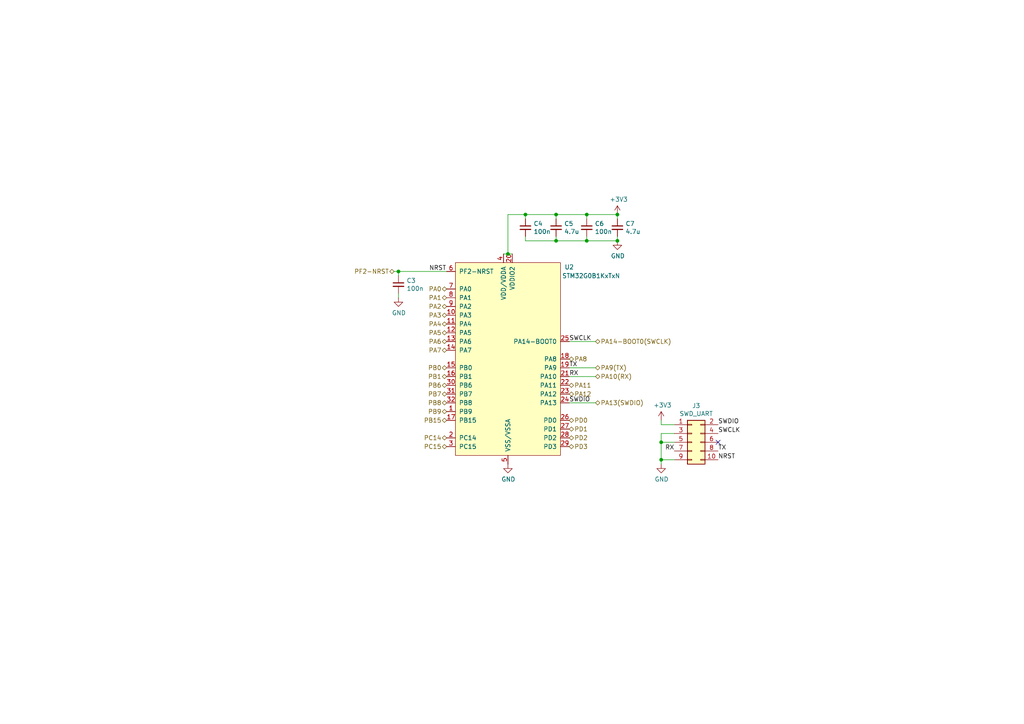
<source format=kicad_sch>
(kicad_sch (version 20211123) (generator eeschema)
  (paper "A4")
  (lib_symbols
    (symbol "Connector_Generic:Conn_02x05_Odd_Even" (pin_names (offset 1.016) hide)
      (property "Reference" "J" (at 1.27 7.62 0))
      (property "Value" "Conn_02x05_Odd_Even" (at 1.27 -7.62 0))
      (symbol "Conn_02x05_Odd_Even_1_1"
        (rectangle (start -1.27 -4.953) (end 0 -5.207) (stroke (width 0.1524)))
        (rectangle (start -1.27 -2.413) (end 0 -2.667) (stroke (width 0.1524)))
        (rectangle (start -1.27 0.127) (end 0 -0.127) (stroke (width 0.1524)))
        (rectangle (start -1.27 2.667) (end 0 2.413) (stroke (width 0.1524)))
        (rectangle (start -1.27 5.207) (end 0 4.953) (stroke (width 0.1524)))
        (rectangle (start -1.27 6.35) (end 3.81 -6.35) (stroke (width 0.254)) (fill (type background)))
        (rectangle (start 3.81 -4.953) (end 2.54 -5.207) (stroke (width 0.1524)))
        (rectangle (start 3.81 -2.413) (end 2.54 -2.667) (stroke (width 0.1524)))
        (rectangle (start 3.81 0.127) (end 2.54 -0.127) (stroke (width 0.1524)))
        (rectangle (start 3.81 2.667) (end 2.54 2.413) (stroke (width 0.1524)))
        (rectangle (start 3.81 5.207) (end 2.54 4.953) (stroke (width 0.1524)))
        (pin passive line (at -5.08 5.08 0) (length 3.81) (name "Pin_1") (number "1"))
        (pin passive line (at 7.62 -5.08 180) (length 3.81) (name "Pin_10") (number "10"))
        (pin passive line (at 7.62 5.08 180) (length 3.81) (name "Pin_2") (number "2"))
        (pin passive line (at -5.08 2.54 0) (length 3.81) (name "Pin_3") (number "3"))
        (pin passive line (at 7.62 2.54 180) (length 3.81) (name "Pin_4") (number "4"))
        (pin passive line (at -5.08 0 0) (length 3.81) (name "Pin_5") (number "5"))
        (pin passive line (at 7.62 0 180) (length 3.81) (name "Pin_6") (number "6"))
        (pin passive line (at -5.08 -2.54 0) (length 3.81) (name "Pin_7") (number "7"))
        (pin passive line (at 7.62 -2.54 180) (length 3.81) (name "Pin_8") (number "8"))
        (pin passive line (at -5.08 -5.08 0) (length 3.81) (name "Pin_9") (number "9"))
      )
    )
    (symbol "Device:C_Small" (pin_numbers hide) (pin_names (offset 0.254) hide)
      (property "Reference" "C" (at 0.254 1.778 0))
      (property "Value" "C_Small" (at 0.254 -2.032 0))
      (symbol "C_Small_0_1"
        (polyline (pts (xy -1.524 -0.508) (xy 1.524 -0.508)) (stroke (width 0.3302)))
        (polyline (pts (xy -1.524 0.508) (xy 1.524 0.508)) (stroke (width 0.3048)))
      )
      (symbol "C_Small_1_1"
        (pin passive line (at 0 2.54 270) (length 2.032) (name "~") (number "1"))
        (pin passive line (at 0 -2.54 90) (length 2.032) (name "~") (number "2"))
      )
    )
    (symbol "extraparts:STM32G0B1KxTxN" (pin_names (offset 1.016))
      (property "Reference" "U" (at -13.97 29.21 0))
      (property "Value" "STM32G0B1KxTxN" (at 11.43 29.21 0))
      (symbol "STM32G0B1KxTxN_0_1"
        (rectangle (start -15.24 27.94) (end 15.24 -27.94) (fill (type background)))
      )
      (symbol "STM32G0B1KxTxN_1_1"
        (pin bidirectional line (at -17.78 -15.24 0) (length 2.54) (name "PB9") (number "1"))
        (pin bidirectional line (at -17.78 12.7 0) (length 2.54) (name "PA3") (number "10"))
        (pin bidirectional line (at -17.78 10.16 0) (length 2.54) (name "PA4") (number "11"))
        (pin bidirectional line (at -17.78 7.62 0) (length 2.54) (name "PA5") (number "12"))
        (pin bidirectional line (at -17.78 5.08 0) (length 2.54) (name "PA6") (number "13"))
        (pin bidirectional line (at -17.78 2.54 0) (length 2.54) (name "PA7") (number "14"))
        (pin bidirectional line (at -17.78 -2.54 0) (length 2.54) (name "PB0") (number "15"))
        (pin bidirectional line (at -17.78 -5.08 0) (length 2.54) (name "PB1") (number "16"))
        (pin bidirectional line (at -17.78 -17.78 0) (length 2.54) (name "PB15") (number "17"))
        (pin bidirectional line (at 17.78 0 180) (length 2.54) (name "PA8") (number "18"))
        (pin bidirectional line (at 17.78 -2.54 180) (length 2.54) (name "PA9") (number "19"))
        (pin bidirectional line (at -17.78 -22.86 0) (length 2.54) (name "PC14") (number "2"))
        (pin power_in line (at 1.27 30.48 270) (length 2.54) (name "VDDIO2") (number "20"))
        (pin bidirectional line (at 17.78 -5.08 180) (length 2.54) (name "PA10") (number "21"))
        (pin bidirectional line (at 17.78 -7.62 180) (length 2.54) (name "PA11") (number "22"))
        (pin bidirectional line (at 17.78 -10.16 180) (length 2.54) (name "PA12") (number "23"))
        (pin bidirectional line (at 17.78 -12.7 180) (length 2.54) (name "PA13") (number "24"))
        (pin bidirectional line (at 17.78 5.08 180) (length 2.54) (name "PA14-BOOT0") (number "25"))
        (pin bidirectional line (at 17.78 -17.78 180) (length 2.54) (name "PD0") (number "26"))
        (pin bidirectional line (at 17.78 -20.32 180) (length 2.54) (name "PD1") (number "27"))
        (pin bidirectional line (at 17.78 -22.86 180) (length 2.54) (name "PD2") (number "28"))
        (pin bidirectional line (at 17.78 -25.4 180) (length 2.54) (name "PD3") (number "29"))
        (pin bidirectional line (at -17.78 -25.4 0) (length 2.54) (name "PC15") (number "3"))
        (pin bidirectional line (at -17.78 -7.62 0) (length 2.54) (name "PB6") (number "30"))
        (pin bidirectional line (at -17.78 -10.16 0) (length 2.54) (name "PB7") (number "31"))
        (pin bidirectional line (at -17.78 -12.7 0) (length 2.54) (name "PB8") (number "32"))
        (pin power_in line (at -1.27 30.48 270) (length 2.54) (name "VDD/VDDA") (number "4"))
        (pin power_in line (at 0 -30.48 90) (length 2.54) (name "VSS/VSSA") (number "5"))
        (pin bidirectional line (at -17.78 25.4 0) (length 2.54) (name "PF2-NRST") (number "6"))
        (pin bidirectional line (at -17.78 20.32 0) (length 2.54) (name "PA0") (number "7"))
        (pin bidirectional line (at -17.78 17.78 0) (length 2.54) (name "PA1") (number "8"))
        (pin bidirectional line (at -17.78 15.24 0) (length 2.54) (name "PA2") (number "9"))
      )
    )
    (symbol "power:+3V3" (power) (pin_names (offset 0))
      (property "Value" "+3V3" (at 0 3.556 0))
      (symbol "+3V3_0_1"
        (polyline (pts (xy -0.762 1.27) (xy 0 2.54)))
        (polyline (pts (xy 0 0) (xy 0 2.54)))
        (polyline (pts (xy 0 2.54) (xy 0.762 1.27)))
      )
      (symbol "+3V3_1_1"
        (pin power_in line (at 0 0 90) (length 0) hide (name "+3V3") (number "1"))
      )
    )
    (symbol "power:GND" (power) (pin_names (offset 0))
      (property "Value" "GND" (at 0 -3.81 0))
      (symbol "GND_0_1"
        (polyline (pts (xy 0 0) (xy 0 -1.27) (xy 1.27 -1.27) (xy 0 -2.54) (xy -1.27 -1.27) (xy 0 -1.27)))
      )
      (symbol "GND_1_1"
        (pin power_in line (at 0 0 270) (length 0) hide (name "GND") (number "1"))
      )
    )
  )
  (junction (at 161.29 69.85))
  (junction (at 191.77 133.35))
  (junction (at 170.18 62.23))
  (junction (at 147.32 73.66))
  (junction (at 161.29 62.23))
  (junction (at 170.18 69.85))
  (junction (at 152.4 62.23))
  (junction (at 115.57 78.74))
  (junction (at 179.07 69.85))
  (junction (at 179.07 62.23))
  (junction (at 191.77 128.27))
  (no_connect (at 208.28 128.27))
  (wire (pts (xy 179.07 69.85) (xy 170.18 69.85)))
  (wire (pts (xy 152.4 62.23) (xy 161.29 62.23)))
  (wire (pts (xy 170.18 62.23) (xy 179.07 62.23)))
  (wire (pts (xy 179.07 69.85) (xy 179.07 68.58)))
  (wire (pts (xy 172.72 99.06) (xy 165.1 99.06)))
  (wire (pts (xy 195.58 125.73) (xy 191.77 125.73)))
  (wire (pts (xy 152.4 69.85) (xy 152.4 68.58)))
  (wire (pts (xy 147.32 62.23) (xy 152.4 62.23)))
  (wire (pts (xy 152.4 63.5) (xy 152.4 62.23)))
  (wire (pts (xy 172.72 106.68) (xy 165.1 106.68)))
  (wire (pts (xy 161.29 63.5) (xy 161.29 62.23)))
  (wire (pts (xy 147.32 73.66) (xy 147.32 62.23)))
  (wire (pts (xy 195.58 133.35) (xy 191.77 133.35)))
  (wire (pts (xy 161.29 69.85) (xy 152.4 69.85)))
  (wire (pts (xy 172.72 116.84) (xy 165.1 116.84)))
  (wire (pts (xy 170.18 68.58) (xy 170.18 69.85)))
  (wire (pts (xy 170.18 63.5) (xy 170.18 62.23)))
  (wire (pts (xy 191.77 121.92) (xy 191.77 123.19)))
  (wire (pts (xy 115.57 86.36) (xy 115.57 85.09)))
  (wire (pts (xy 179.07 63.5) (xy 179.07 62.23)))
  (wire (pts (xy 191.77 128.27) (xy 191.77 133.35)))
  (wire (pts (xy 161.29 68.58) (xy 161.29 69.85)))
  (wire (pts (xy 146.05 73.66) (xy 147.32 73.66)))
  (wire (pts (xy 191.77 133.35) (xy 191.77 134.62)))
  (wire (pts (xy 195.58 128.27) (xy 191.77 128.27)))
  (wire (pts (xy 115.57 78.74) (xy 129.54 78.74)))
  (wire (pts (xy 147.32 73.66) (xy 148.59 73.66)))
  (wire (pts (xy 172.72 109.22) (xy 165.1 109.22)))
  (wire (pts (xy 115.57 78.74) (xy 115.57 80.01)))
  (wire (pts (xy 161.29 62.23) (xy 170.18 62.23)))
  (wire (pts (xy 114.3 78.74) (xy 115.57 78.74)))
  (wire (pts (xy 191.77 123.19) (xy 195.58 123.19)))
  (wire (pts (xy 170.18 69.85) (xy 161.29 69.85)))
  (wire (pts (xy 191.77 125.73) (xy 191.77 128.27)))
  (label "TX" (at 208.28 130.81 0))
  (label "NRST" (at 208.28 133.35 0))
  (label "RX" (at 165.1 109.22 0))
  (label "SWCLK" (at 208.28 125.73 0))
  (label "RX" (at 195.58 130.81 180))
  (label "SWCLK" (at 165.1 99.06 0))
  (label "SWDIO" (at 165.1 116.84 0))
  (label "TX" (at 165.1 106.68 0))
  (label "NRST" (at 124.46 78.74 0))
  (label "SWDIO" (at 208.28 123.19 0))
  (hierarchical_label "PD0" (shape bidirectional) (at 165.1 121.92 0))
  (hierarchical_label "PA10(RX)" (shape bidirectional) (at 172.72 109.22 0))
  (hierarchical_label "PB0" (shape bidirectional) (at 129.54 106.68 180))
  (hierarchical_label "PD2" (shape bidirectional) (at 165.1 127 0))
  (hierarchical_label "PA7" (shape bidirectional) (at 129.54 101.6 180))
  (hierarchical_label "PF2-NRST" (shape bidirectional) (at 114.3 78.74 180))
  (hierarchical_label "PA14-BOOT0(SWCLK)" (shape bidirectional) (at 172.72 99.06 0))
  (hierarchical_label "PB6" (shape bidirectional) (at 129.54 111.76 180))
  (hierarchical_label "PA1" (shape bidirectional) (at 129.54 86.36 180))
  (hierarchical_label "PA3" (shape bidirectional) (at 129.54 91.44 180))
  (hierarchical_label "PD1" (shape bidirectional) (at 165.1 124.46 0))
  (hierarchical_label "PA5" (shape bidirectional) (at 129.54 96.52 180))
  (hierarchical_label "PB8" (shape bidirectional) (at 129.54 116.84 180))
  (hierarchical_label "PB15" (shape bidirectional) (at 129.54 121.92 180))
  (hierarchical_label "PA12" (shape bidirectional) (at 165.1 114.3 0))
  (hierarchical_label "PA4" (shape bidirectional) (at 129.54 93.98 180))
  (hierarchical_label "PA6" (shape bidirectional) (at 129.54 99.06 180))
  (hierarchical_label "PB7" (shape bidirectional) (at 129.54 114.3 180))
  (hierarchical_label "PC15" (shape bidirectional) (at 129.54 129.54 180))
  (hierarchical_label "PA13(SWDIO)" (shape bidirectional) (at 172.72 116.84 0))
  (hierarchical_label "PA0" (shape bidirectional) (at 129.54 83.82 180))
  (hierarchical_label "PA9(TX)" (shape bidirectional) (at 172.72 106.68 0))
  (hierarchical_label "PD3" (shape bidirectional) (at 165.1 129.54 0))
  (hierarchical_label "PB9" (shape bidirectional) (at 129.54 119.38 180))
  (hierarchical_label "PA8" (shape bidirectional) (at 165.1 104.14 0))
  (hierarchical_label "PB1" (shape bidirectional) (at 129.54 109.22 180))
  (hierarchical_label "PA11" (shape bidirectional) (at 165.1 111.76 0))
  (hierarchical_label "PC14" (shape bidirectional) (at 129.54 127 180))
  (hierarchical_label "PA2" (shape bidirectional) (at 129.54 88.9 180))
  (symbol (lib_id "Connector_Generic:Conn_02x05_Odd_Even") (at 200.66 128.27 0)
    (property "Reference" "J3" (at 201.93 117.6782 0))
    (property "Value" "SWD_UART" (at 201.93 119.9896 0))
    (property "Footprint" "Connector_PinHeader_1.27mm:PinHeader_2x05_P1.27mm_Vertical_SMD" (effects hide))
  )
  (symbol (lib_id "power:+3V3") (at 191.77 121.92 0)
    (property "Reference" "#PWR015" (effects hide))
    (property "Value" "+3V3" (at 192.151 117.5258 0))
  )
  (symbol (lib_id "power:GND") (at 191.77 134.62 0)
    (property "Reference" "#PWR016" (effects hide))
    (property "Value" "GND" (at 191.897 139.0142 0))
  )
  (symbol (lib_id "extraparts:STM32G0B1KxTxN") (at 147.32 104.14 0) (unit 1)
    (property "Reference" "U2" (at 165.1 77.47 0))
    (property "Value" "STM32G0B1KxTxN" (at 171.45 80.01 0))
    (property "Footprint" "Package_QFP:LQFP-32_7x7mm_P0.8mm" (effects hide))
  )
  (symbol (lib_id "Device:C_Small") (at 152.4 66.04 0) (unit 1)
    (property "Reference" "C4" (at 154.7368 64.8716 0) (effects (justify left)))
    (property "Value" "100n" (at 154.7368 67.183 0) (effects (justify left)))
    (property "Footprint" "Capacitor_SMD:C_0603_1608Metric" (effects hide))
  )
  (symbol (lib_id "Device:C_Small") (at 161.29 66.04 0) (unit 1)
    (property "Reference" "C5" (at 163.6268 64.8716 0) (effects (justify left)))
    (property "Value" "4.7u" (at 163.6268 67.183 0) (effects (justify left)))
    (property "Footprint" "Capacitor_SMD:C_0603_1608Metric" (effects hide))
  )
  (symbol (lib_id "Device:C_Small") (at 170.18 66.04 0) (unit 1)
    (property "Reference" "C6" (at 172.5168 64.8716 0) (effects (justify left)))
    (property "Value" "100n" (at 172.5168 67.183 0) (effects (justify left)))
    (property "Footprint" "Capacitor_SMD:C_0603_1608Metric" (effects hide))
  )
  (symbol (lib_id "Device:C_Small") (at 179.07 66.04 0) (unit 1)
    (property "Reference" "C7" (at 181.4068 64.8716 0) (effects (justify left)))
    (property "Value" "4.7u" (at 181.4068 67.183 0) (effects (justify left)))
    (property "Footprint" "Capacitor_SMD:C_0603_1608Metric" (effects hide))
  )
  (symbol (lib_id "power:+3V3") (at 179.07 62.23 0)
    (property "Reference" "#PWR013" (effects hide))
    (property "Value" "+3V3" (at 179.451 57.8358 0))
  )
  (symbol (lib_id "power:GND") (at 179.07 69.85 0)
    (property "Reference" "#PWR014" (effects hide))
    (property "Value" "GND" (at 179.197 74.2442 0))
  )
  (symbol (lib_id "power:GND") (at 147.32 134.62 0)
    (property "Reference" "#PWR012" (effects hide))
    (property "Value" "GND" (at 147.447 139.0142 0))
  )
  (symbol (lib_id "Device:C_Small") (at 115.57 82.55 0) (unit 1)
    (property "Reference" "C3" (at 117.9068 81.3816 0) (effects (justify left)))
    (property "Value" "100n" (at 117.9068 83.693 0) (effects (justify left)))
    (property "Footprint" "Capacitor_SMD:C_0603_1608Metric" (effects hide))
  )
  (symbol (lib_id "power:GND") (at 115.57 86.36 0)
    (property "Reference" "#PWR011" (effects hide))
    (property "Value" "GND" (at 115.697 90.7542 0))
  )
)
</source>
